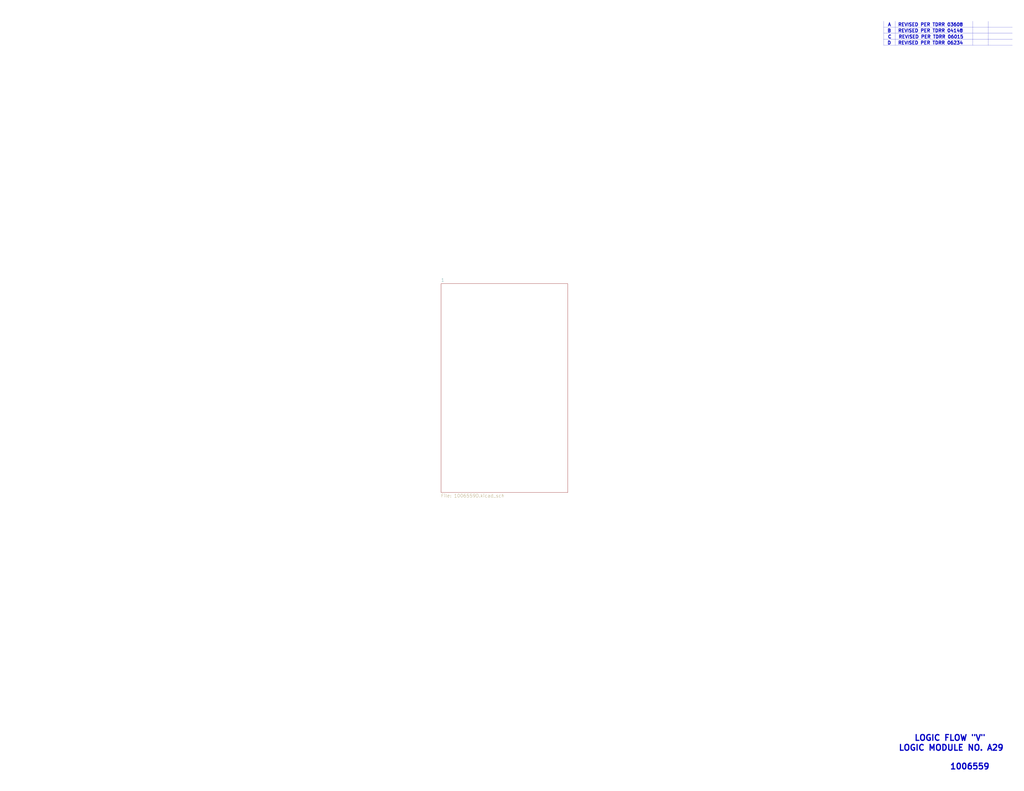
<source format=kicad_sch>
(kicad_sch (version 20211123) (generator eeschema)
  (paper "E")
  (lib_symbols)
  (polyline (pts (xy 1078.611 23.241) (xy 1078.611 36.195)) (stroke (width 0) (type solid)))
  (polyline (pts (xy 964.311 36.068) (xy 1104.9 36.068)) (stroke (width 0) (type solid)))
  (polyline (pts (xy 977.011 23.114) (xy 977.011 36.068)) (stroke (width 0) (type solid)))
  (polyline (pts (xy 1061.72 36.449) (xy 1061.72 49.403)) (stroke (width 0) (type solid)))
  (polyline (pts (xy 1078.611 36.576) (xy 1078.611 49.53)) (stroke (width 0) (type solid)))
  (polyline (pts (xy 1061.72 23.114) (xy 1061.72 36.068)) (stroke (width 0) (type solid)))
  (polyline (pts (xy 964.311 36.449) (xy 964.311 49.403)) (stroke (width 0) (type solid)))
  (polyline (pts (xy 964.311 23.114) (xy 964.311 36.068)) (stroke (width 0) (type solid)))
  (polyline (pts (xy 964.311 49.403) (xy 1104.9 49.403)) (stroke (width 0) (type solid)))
  (polyline (pts (xy 964.311 43.053) (xy 1104.9 43.053)) (stroke (width 0) (type solid)))
  (polyline (pts (xy 964.311 29.718) (xy 1104.9 29.718)) (stroke (width 0) (type solid)))
  (polyline (pts (xy 977.011 36.449) (xy 977.011 49.403)) (stroke (width 0) (type solid)))
  (text "D   REVISED PER TDRR 06234" (at 968.248 49.022 0) (effects (font (size 3.556 3.556) (thickness 0.7112) bold) (justify left bottom)))
  (text "B   REVISED PER TDRR 04148" (at 968.248 35.687 0) (effects (font (size 3.556 3.556) (thickness 0.7112) bold) (justify left bottom)))
  (text "A   REVISED PER TDRR 03608" (at 968.756 29.083 0) (effects (font (size 3.556 3.556) (thickness 0.7112) bold) (justify left bottom)))
  (text "C   REVISED PER TDRR 06015" (at 968.756 42.418 0) (effects (font (size 3.556 3.556) (thickness 0.7112) bold) (justify left bottom)))
  (text "1006559" (at 1036.447 840.867 0) (effects (font (size 6.35 6.35) (thickness 1.27) bold) (justify left bottom)))
  (text "LOGIC MODULE NO. A29" (at 980.44 820.42 0) (effects (font (size 6.35 6.35) (thickness 1.27) bold) (justify left bottom)))
  (text "LOGIC FLOW \"V\"" (at 997.585 809.625 0) (effects (font (size 6.35 6.35) (thickness 1.27) bold) (justify left bottom)))
  (sheet (at 481.33 309.88) (size 138.43 227.965)
    (property "Sheet name" "1" (at 481.33 308.0254 0) (effects (font (size 3.556 3.556)) (justify left bottom)))
    (property "Sheet file" "1006559D.kicad_sch" (at 481.33 539.344 0) (effects (font (size 3.556 3.556)) (justify left top)))
  )
)
</source>
